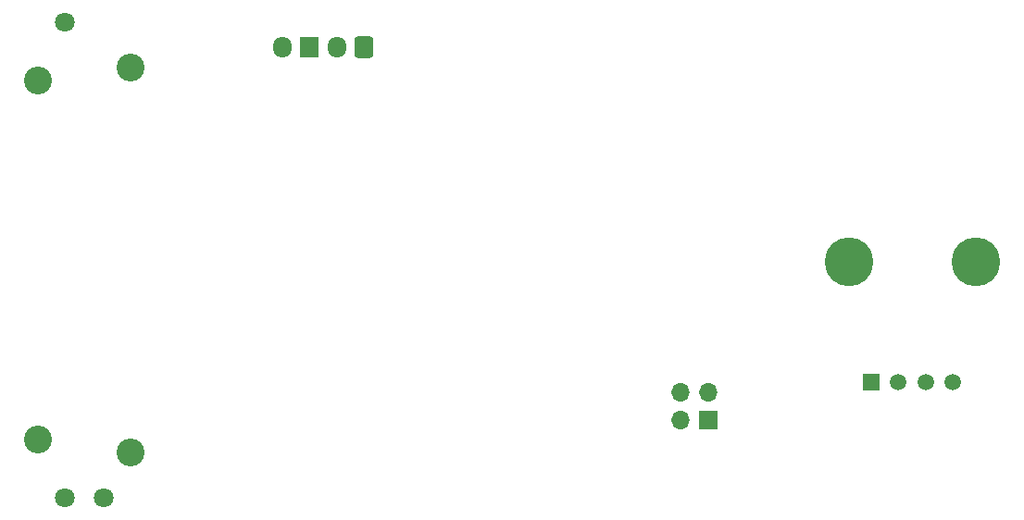
<source format=gbs>
G04 #@! TF.GenerationSoftware,KiCad,Pcbnew,(6.0.9)*
G04 #@! TF.CreationDate,2024-01-21T16:38:53-05:00*
G04 #@! TF.ProjectId,v1-USMX,76312d55-534d-4582-9e6b-696361645f70,rev?*
G04 #@! TF.SameCoordinates,Original*
G04 #@! TF.FileFunction,Soldermask,Bot*
G04 #@! TF.FilePolarity,Negative*
%FSLAX46Y46*%
G04 Gerber Fmt 4.6, Leading zero omitted, Abs format (unit mm)*
G04 Created by KiCad (PCBNEW (6.0.9)) date 2024-01-21 16:38:53*
%MOMM*%
%LPD*%
G01*
G04 APERTURE LIST*
G04 Aperture macros list*
%AMRoundRect*
0 Rectangle with rounded corners*
0 $1 Rounding radius*
0 $2 $3 $4 $5 $6 $7 $8 $9 X,Y pos of 4 corners*
0 Add a 4 corners polygon primitive as box body*
4,1,4,$2,$3,$4,$5,$6,$7,$8,$9,$2,$3,0*
0 Add four circle primitives for the rounded corners*
1,1,$1+$1,$2,$3*
1,1,$1+$1,$4,$5*
1,1,$1+$1,$6,$7*
1,1,$1+$1,$8,$9*
0 Add four rect primitives between the rounded corners*
20,1,$1+$1,$2,$3,$4,$5,0*
20,1,$1+$1,$4,$5,$6,$7,0*
20,1,$1+$1,$6,$7,$8,$9,0*
20,1,$1+$1,$8,$9,$2,$3,0*%
G04 Aperture macros list end*
%ADD10C,1.800000*%
%ADD11C,2.550000*%
%ADD12R,1.500000X1.500000*%
%ADD13C,1.500000*%
%ADD14C,4.455000*%
%ADD15O,1.700000X1.700000*%
%ADD16R,1.700000X1.700000*%
%ADD17O,1.700000X1.950000*%
%ADD18R,1.700000X1.950000*%
%ADD19RoundRect,0.250000X0.600000X0.725000X-0.600000X0.725000X-0.600000X-0.725000X0.600000X-0.725000X0*%
G04 APERTURE END LIST*
D10*
X103406000Y-126123000D03*
X106906000Y-126123000D03*
X103406000Y-82623000D03*
D11*
X100956000Y-120773000D03*
X100956000Y-87973000D03*
X109356000Y-121973000D03*
X109356000Y-86773000D03*
D12*
X177098000Y-115563000D03*
D13*
X179598000Y-115563000D03*
X182098000Y-115563000D03*
X184598000Y-115563000D03*
D14*
X175048000Y-104563000D03*
X186648000Y-104563000D03*
D15*
X162179000Y-116459000D03*
D16*
X162179000Y-118999000D03*
D15*
X159639000Y-116459000D03*
X159639000Y-118999000D03*
D17*
X123250000Y-84853000D03*
D18*
X125750000Y-84853000D03*
D17*
X128250000Y-84853000D03*
D19*
X130750000Y-84853000D03*
M02*

</source>
